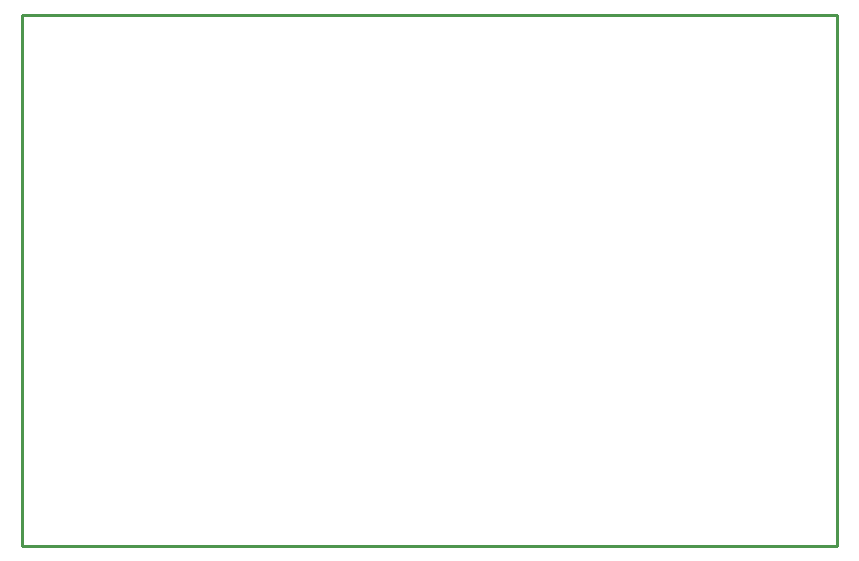
<source format=gbr>
G04 start of page 4 for group 6 idx 6 *
G04 Title: (unknown), outline *
G04 Creator: pcb 4.2.2 *
G04 CreationDate: Fri Aug 14 03:10:47 2020 UTC *
G04 For: harold *
G04 Format: Gerber/RS-274X *
G04 PCB-Dimensions (mil): 6000.00 5000.00 *
G04 PCB-Coordinate-Origin: lower left *
%MOIN*%
%FSLAX25Y25*%
%LNOUTLINE*%
%ADD62C,0.0100*%
G54D62*X157480Y389764D02*X429134D01*
Y212598D01*
X157480D01*
Y389764D01*
M02*

</source>
